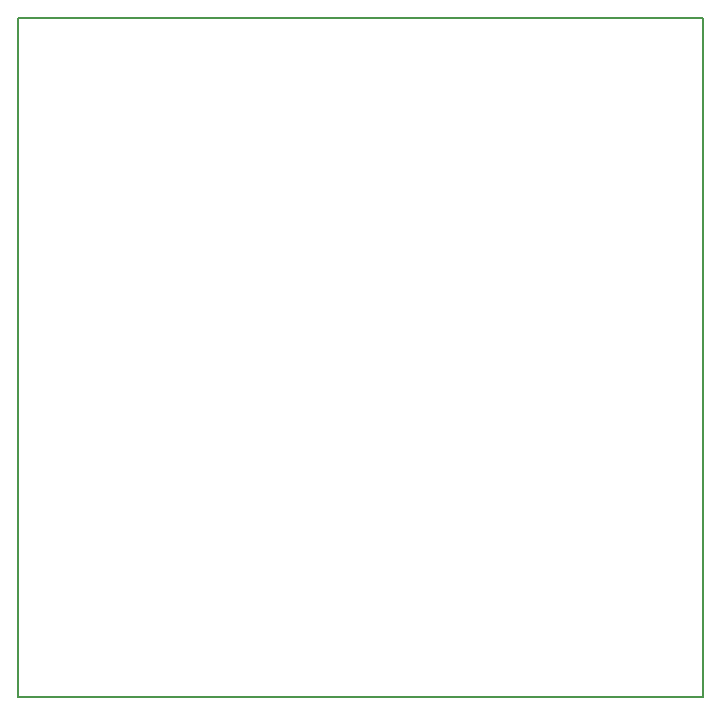
<source format=gbo>
G04 MADE WITH FRITZING*
G04 WWW.FRITZING.ORG*
G04 DOUBLE SIDED*
G04 HOLES PLATED*
G04 CONTOUR ON CENTER OF CONTOUR VECTOR*
%ASAXBY*%
%FSLAX23Y23*%
%MOIN*%
%OFA0B0*%
%SFA1.0B1.0*%
%ADD10R,2.291340X2.271650X2.275340X2.255650*%
%ADD11C,0.008000*%
%LNSILK0*%
G90*
G70*
G54D11*
X4Y2268D02*
X2287Y2268D01*
X2287Y4D01*
X4Y4D01*
X4Y2268D01*
D02*
G04 End of Silk0*
M02*
</source>
